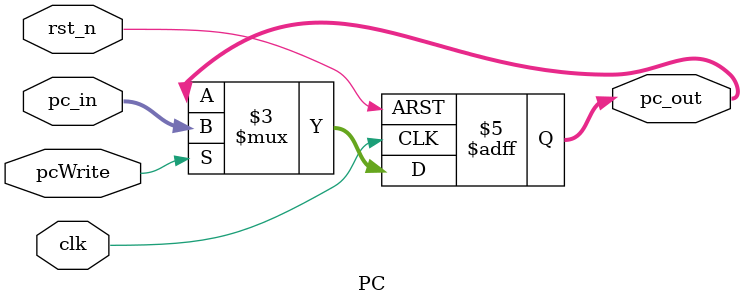
<source format=v>

module PC(
    clk,
    rst_n,
    pc_in,
    pc_out,
    pcWrite
);

// Interface
input           clk;
input           rst_n;
input           pcWrite;
input   [31:0]  pc_in;
output  [31:0]  pc_out;

// Wire/Reg
reg     [31:0]  pc_out;

always @(posedge clk or negedge rst_n)
begin
    if (~rst_n)
    begin
        pc_out <= 32'b0;
    end
    else if (pcWrite)
    begin
        pc_out <= pc_in;
    end
end

endmodule

</source>
